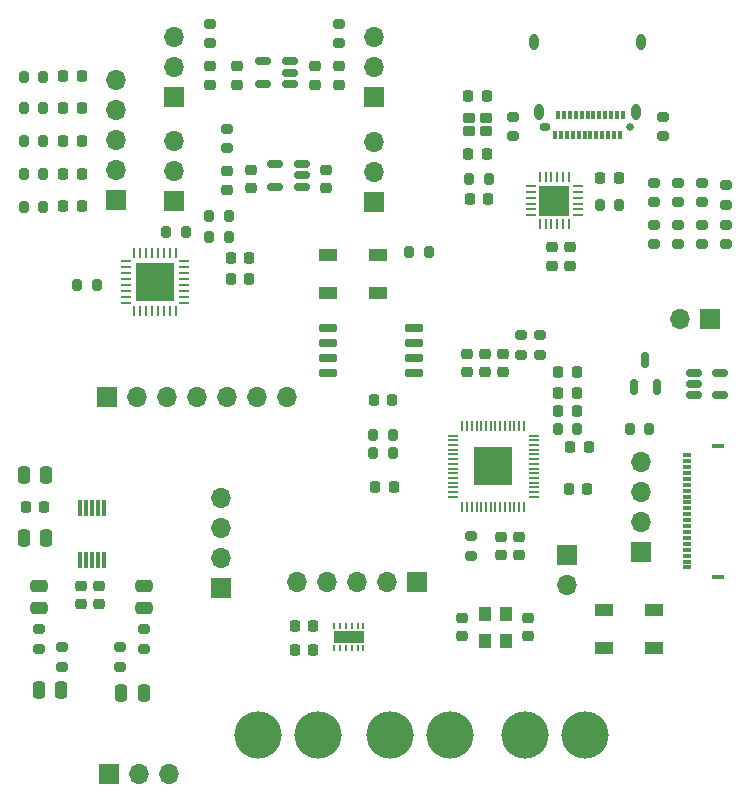
<source format=gts>
G04 #@! TF.GenerationSoftware,KiCad,Pcbnew,7.0.5*
G04 #@! TF.CreationDate,2023-08-10T16:57:39+02:00*
G04 #@! TF.ProjectId,proto_pico,70726f74-6f5f-4706-9963-6f2e6b696361,rev?*
G04 #@! TF.SameCoordinates,Original*
G04 #@! TF.FileFunction,Soldermask,Top*
G04 #@! TF.FilePolarity,Negative*
%FSLAX46Y46*%
G04 Gerber Fmt 4.6, Leading zero omitted, Abs format (unit mm)*
G04 Created by KiCad (PCBNEW 7.0.5) date 2023-08-10 16:57:39*
%MOMM*%
%LPD*%
G01*
G04 APERTURE LIST*
G04 Aperture macros list*
%AMRoundRect*
0 Rectangle with rounded corners*
0 $1 Rounding radius*
0 $2 $3 $4 $5 $6 $7 $8 $9 X,Y pos of 4 corners*
0 Add a 4 corners polygon primitive as box body*
4,1,4,$2,$3,$4,$5,$6,$7,$8,$9,$2,$3,0*
0 Add four circle primitives for the rounded corners*
1,1,$1+$1,$2,$3*
1,1,$1+$1,$4,$5*
1,1,$1+$1,$6,$7*
1,1,$1+$1,$8,$9*
0 Add four rect primitives between the rounded corners*
20,1,$1+$1,$2,$3,$4,$5,0*
20,1,$1+$1,$4,$5,$6,$7,0*
20,1,$1+$1,$6,$7,$8,$9,0*
20,1,$1+$1,$8,$9,$2,$3,0*%
G04 Aperture macros list end*
%ADD10RoundRect,0.225000X0.225000X0.250000X-0.225000X0.250000X-0.225000X-0.250000X0.225000X-0.250000X0*%
%ADD11R,1.700000X1.700000*%
%ADD12O,1.700000X1.700000*%
%ADD13RoundRect,0.225000X-0.225000X-0.250000X0.225000X-0.250000X0.225000X0.250000X-0.225000X0.250000X0*%
%ADD14RoundRect,0.200000X-0.200000X-0.275000X0.200000X-0.275000X0.200000X0.275000X-0.200000X0.275000X0*%
%ADD15RoundRect,0.218750X-0.256250X0.218750X-0.256250X-0.218750X0.256250X-0.218750X0.256250X0.218750X0*%
%ADD16RoundRect,0.225000X-0.250000X0.225000X-0.250000X-0.225000X0.250000X-0.225000X0.250000X0.225000X0*%
%ADD17RoundRect,0.218750X-0.218750X-0.256250X0.218750X-0.256250X0.218750X0.256250X-0.218750X0.256250X0*%
%ADD18RoundRect,0.225000X0.250000X-0.225000X0.250000X0.225000X-0.250000X0.225000X-0.250000X-0.225000X0*%
%ADD19RoundRect,0.150000X0.150000X-0.512500X0.150000X0.512500X-0.150000X0.512500X-0.150000X-0.512500X0*%
%ADD20RoundRect,0.200000X0.275000X-0.200000X0.275000X0.200000X-0.275000X0.200000X-0.275000X-0.200000X0*%
%ADD21RoundRect,0.200000X0.200000X0.275000X-0.200000X0.275000X-0.200000X-0.275000X0.200000X-0.275000X0*%
%ADD22R,0.250000X0.500000*%
%ADD23R,2.650000X1.000000*%
%ADD24RoundRect,0.150000X-0.512500X-0.150000X0.512500X-0.150000X0.512500X0.150000X-0.512500X0.150000X0*%
%ADD25RoundRect,0.150000X0.512500X0.150000X-0.512500X0.150000X-0.512500X-0.150000X0.512500X-0.150000X0*%
%ADD26RoundRect,0.150000X-0.650000X-0.150000X0.650000X-0.150000X0.650000X0.150000X-0.650000X0.150000X0*%
%ADD27RoundRect,0.200000X-0.275000X0.200000X-0.275000X-0.200000X0.275000X-0.200000X0.275000X0.200000X0*%
%ADD28RoundRect,0.250000X0.475000X-0.250000X0.475000X0.250000X-0.475000X0.250000X-0.475000X-0.250000X0*%
%ADD29R,0.700000X0.300000*%
%ADD30R,1.000000X0.300000*%
%ADD31RoundRect,0.250000X-0.475000X0.250000X-0.475000X-0.250000X0.475000X-0.250000X0.475000X0.250000X0*%
%ADD32C,4.000000*%
%ADD33R,1.550000X1.000000*%
%ADD34RoundRect,0.250000X0.250000X0.475000X-0.250000X0.475000X-0.250000X-0.475000X0.250000X-0.475000X0*%
%ADD35R,0.300000X1.400000*%
%ADD36RoundRect,0.102000X-0.373000X-0.323000X0.373000X-0.323000X0.373000X0.323000X-0.373000X0.323000X0*%
%ADD37R,1.100000X1.300000*%
%ADD38RoundRect,0.050000X-0.387500X-0.050000X0.387500X-0.050000X0.387500X0.050000X-0.387500X0.050000X0*%
%ADD39RoundRect,0.050000X-0.050000X-0.387500X0.050000X-0.387500X0.050000X0.387500X-0.050000X0.387500X0*%
%ADD40R,3.200000X3.200000*%
%ADD41RoundRect,0.062500X-0.350000X-0.062500X0.350000X-0.062500X0.350000X0.062500X-0.350000X0.062500X0*%
%ADD42RoundRect,0.062500X-0.062500X-0.350000X0.062500X-0.350000X0.062500X0.350000X-0.062500X0.350000X0*%
%ADD43R,2.500000X2.500000*%
%ADD44C,0.650000*%
%ADD45O,0.950000X0.650000*%
%ADD46R,0.300000X0.700000*%
%ADD47O,0.800000X1.400000*%
%ADD48RoundRect,0.062500X0.375000X0.062500X-0.375000X0.062500X-0.375000X-0.062500X0.375000X-0.062500X0*%
%ADD49RoundRect,0.062500X0.062500X0.375000X-0.062500X0.375000X-0.062500X-0.375000X0.062500X-0.375000X0*%
%ADD50R,3.300000X3.300000*%
G04 APERTURE END LIST*
D10*
X185179000Y-120396000D03*
X183629000Y-120396000D03*
D11*
X196474000Y-112649000D03*
D12*
X193934000Y-112649000D03*
D13*
X155900000Y-107442000D03*
X157450000Y-107442000D03*
D14*
X187131000Y-103000000D03*
X188781000Y-103000000D03*
D15*
X155580500Y-100111500D03*
X155580500Y-101686500D03*
D16*
X184654000Y-106543000D03*
X184654000Y-108093000D03*
D10*
X185179000Y-118872000D03*
X183629000Y-118872000D03*
D17*
X141692500Y-92057000D03*
X143267500Y-92057000D03*
D18*
X178816000Y-132601000D03*
X178816000Y-131051000D03*
D19*
X190058000Y-118358500D03*
X191958000Y-118358500D03*
X191008000Y-116083500D03*
D20*
X146558000Y-142049000D03*
X146558000Y-140399000D03*
D21*
X169608000Y-122428000D03*
X167958000Y-122428000D03*
D15*
X154172500Y-91226500D03*
X154172500Y-92801500D03*
D22*
X164627500Y-140507500D03*
X165127500Y-140507500D03*
X165627500Y-140507500D03*
X166127500Y-140507500D03*
X166627500Y-140507500D03*
X167127500Y-140507500D03*
X167127500Y-138607500D03*
X166627500Y-138607500D03*
X166127500Y-138607500D03*
X165627500Y-138607500D03*
X165127500Y-138607500D03*
X164627500Y-138607500D03*
D23*
X165877500Y-139557500D03*
D16*
X144780000Y-135242000D03*
X144780000Y-136792000D03*
D20*
X193798000Y-102746000D03*
X193798000Y-101096000D03*
D13*
X168135000Y-126873000D03*
X169685000Y-126873000D03*
D24*
X195077500Y-117160000D03*
X195077500Y-118110000D03*
X195077500Y-119060000D03*
X197352500Y-119060000D03*
X197352500Y-117160000D03*
D21*
X155722000Y-103886000D03*
X154072000Y-103886000D03*
D20*
X195830000Y-106302000D03*
X195830000Y-104652000D03*
D15*
X165094500Y-91226500D03*
X165094500Y-92801500D03*
D21*
X152082000Y-105283000D03*
X150432000Y-105283000D03*
D25*
X161919500Y-101407000D03*
X161919500Y-100457000D03*
X161919500Y-99507000D03*
X159644500Y-99507000D03*
X159644500Y-101407000D03*
D21*
X140017000Y-103117000D03*
X138367000Y-103117000D03*
X140028500Y-92105000D03*
X138378500Y-92105000D03*
D26*
X164167000Y-113411000D03*
X164167000Y-114681000D03*
X164167000Y-115951000D03*
X164167000Y-117221000D03*
X171367000Y-117221000D03*
X171367000Y-115951000D03*
X171367000Y-114681000D03*
X171367000Y-113411000D03*
D11*
X171704000Y-134874000D03*
D12*
X169164000Y-134874000D03*
X166624000Y-134874000D03*
X164084000Y-134874000D03*
X161544000Y-134874000D03*
D13*
X187181000Y-100651000D03*
X188731000Y-100651000D03*
D11*
X168021000Y-102743000D03*
D12*
X168021000Y-100203000D03*
X168021000Y-97663000D03*
D25*
X160898000Y-92710000D03*
X160898000Y-91760000D03*
X160898000Y-90810000D03*
X158623000Y-90810000D03*
X158623000Y-92710000D03*
D20*
X197862000Y-106302000D03*
X197862000Y-104652000D03*
X154172500Y-89283000D03*
X154172500Y-87633000D03*
D27*
X176276000Y-131001000D03*
X176276000Y-132651000D03*
D28*
X139700000Y-137094000D03*
X139700000Y-135194000D03*
D29*
X194538000Y-133655000D03*
X194538000Y-133155000D03*
X194538000Y-132655000D03*
X194538000Y-132155000D03*
X194538000Y-131655000D03*
X194538000Y-131155000D03*
X194538000Y-130655000D03*
X194538000Y-130155000D03*
X194538000Y-129655000D03*
X194538000Y-129155000D03*
X194538000Y-128655000D03*
X194538000Y-128155000D03*
X194538000Y-127655000D03*
X194538000Y-127155000D03*
X194538000Y-126655000D03*
X194538000Y-126155000D03*
X194538000Y-125655000D03*
X194538000Y-125155000D03*
X194538000Y-124655000D03*
X194538000Y-124155000D03*
D30*
X197188000Y-134445000D03*
X197188000Y-123365000D03*
D31*
X148590000Y-135194000D03*
X148590000Y-137094000D03*
D16*
X181102000Y-137909000D03*
X181102000Y-139459000D03*
D27*
X141605000Y-140399000D03*
X141605000Y-142049000D03*
D17*
X141706500Y-103033000D03*
X143281500Y-103033000D03*
D16*
X183130000Y-106543000D03*
X183130000Y-108093000D03*
D27*
X179750000Y-95487000D03*
X179750000Y-97137000D03*
D16*
X175895000Y-115557000D03*
X175895000Y-117107000D03*
D21*
X169608000Y-123952000D03*
X167958000Y-123952000D03*
D20*
X155580500Y-98168000D03*
X155580500Y-96518000D03*
X191766000Y-106302000D03*
X191766000Y-104652000D03*
X193798000Y-106302000D03*
X193798000Y-104652000D03*
X197862000Y-102937000D03*
X197862000Y-101287000D03*
D32*
X169418000Y-147828000D03*
X174498000Y-147828000D03*
D33*
X164118000Y-107188000D03*
X168368000Y-107188000D03*
X164118000Y-110388000D03*
X168368000Y-110388000D03*
D34*
X141539000Y-144018000D03*
X139639000Y-144018000D03*
X140269000Y-125857000D03*
X138369000Y-125857000D03*
D35*
X145145000Y-128610000D03*
X144645000Y-128610000D03*
X144145000Y-128610000D03*
X143645000Y-128610000D03*
X143145000Y-128610000D03*
X143145000Y-133010000D03*
X143645000Y-133010000D03*
X144145000Y-133010000D03*
X144645000Y-133010000D03*
X145145000Y-133010000D03*
D18*
X157612500Y-101552000D03*
X157612500Y-100002000D03*
D10*
X177559000Y-98679000D03*
X176009000Y-98679000D03*
D11*
X168021000Y-93853000D03*
D12*
X168021000Y-91313000D03*
X168021000Y-88773000D03*
D20*
X192450000Y-97137000D03*
X192450000Y-95487000D03*
D10*
X140094000Y-128524000D03*
X138544000Y-128524000D03*
D36*
X176059000Y-96714000D03*
X177509000Y-96714000D03*
X177509000Y-95564000D03*
X176059000Y-95564000D03*
D21*
X140017000Y-97566000D03*
X138367000Y-97566000D03*
D11*
X190627000Y-132324000D03*
D12*
X190627000Y-129784000D03*
X190627000Y-127244000D03*
X190627000Y-124704000D03*
D18*
X156458500Y-92789000D03*
X156458500Y-91239000D03*
D37*
X177419000Y-137615000D03*
X177419000Y-139915000D03*
X179219000Y-139915000D03*
X179219000Y-137615000D03*
D17*
X141706500Y-97536000D03*
X143281500Y-97536000D03*
D10*
X186195000Y-123444000D03*
X184645000Y-123444000D03*
D11*
X155067000Y-135372000D03*
D12*
X155067000Y-132832000D03*
X155067000Y-130292000D03*
X155067000Y-127752000D03*
D38*
X174670500Y-122486500D03*
X174670500Y-122886500D03*
X174670500Y-123286500D03*
X174670500Y-123686500D03*
X174670500Y-124086500D03*
X174670500Y-124486500D03*
X174670500Y-124886500D03*
X174670500Y-125286500D03*
X174670500Y-125686500D03*
X174670500Y-126086500D03*
X174670500Y-126486500D03*
X174670500Y-126886500D03*
X174670500Y-127286500D03*
X174670500Y-127686500D03*
D39*
X175508000Y-128524000D03*
X175908000Y-128524000D03*
X176308000Y-128524000D03*
X176708000Y-128524000D03*
X177108000Y-128524000D03*
X177508000Y-128524000D03*
X177908000Y-128524000D03*
X178308000Y-128524000D03*
X178708000Y-128524000D03*
X179108000Y-128524000D03*
X179508000Y-128524000D03*
X179908000Y-128524000D03*
X180308000Y-128524000D03*
X180708000Y-128524000D03*
D38*
X181545500Y-127686500D03*
X181545500Y-127286500D03*
X181545500Y-126886500D03*
X181545500Y-126486500D03*
X181545500Y-126086500D03*
X181545500Y-125686500D03*
X181545500Y-125286500D03*
X181545500Y-124886500D03*
X181545500Y-124486500D03*
X181545500Y-124086500D03*
X181545500Y-123686500D03*
X181545500Y-123286500D03*
X181545500Y-122886500D03*
X181545500Y-122486500D03*
D39*
X180708000Y-121649000D03*
X180308000Y-121649000D03*
X179908000Y-121649000D03*
X179508000Y-121649000D03*
X179108000Y-121649000D03*
X178708000Y-121649000D03*
X178308000Y-121649000D03*
X177908000Y-121649000D03*
X177508000Y-121649000D03*
X177108000Y-121649000D03*
X176708000Y-121649000D03*
X176308000Y-121649000D03*
X175908000Y-121649000D03*
X175508000Y-121649000D03*
D40*
X178108000Y-125086500D03*
D34*
X140269000Y-131191000D03*
X138369000Y-131191000D03*
D18*
X163062500Y-92789000D03*
X163062500Y-91239000D03*
D20*
X148590000Y-140525000D03*
X148590000Y-138875000D03*
D18*
X180340000Y-132601000D03*
X180340000Y-131051000D03*
D21*
X177736000Y-100774000D03*
X176086000Y-100774000D03*
D20*
X195830000Y-102746000D03*
X195830000Y-101096000D03*
D14*
X142896000Y-109728000D03*
X144546000Y-109728000D03*
D33*
X187486000Y-137287000D03*
X191736000Y-137287000D03*
X187486000Y-140487000D03*
X191736000Y-140487000D03*
D32*
X158242000Y-147828000D03*
X163322000Y-147828000D03*
D16*
X143256000Y-135242000D03*
X143256000Y-136792000D03*
D18*
X175514000Y-139459000D03*
X175514000Y-137909000D03*
D41*
X181334500Y-101346000D03*
X181334500Y-101846000D03*
X181334500Y-102346000D03*
X181334500Y-102846000D03*
X181334500Y-103346000D03*
X181334500Y-103846000D03*
D42*
X182047000Y-104558500D03*
X182547000Y-104558500D03*
X183047000Y-104558500D03*
X183547000Y-104558500D03*
X184047000Y-104558500D03*
X184547000Y-104558500D03*
D41*
X185259500Y-103846000D03*
X185259500Y-103346000D03*
X185259500Y-102846000D03*
X185259500Y-102346000D03*
X185259500Y-101846000D03*
X185259500Y-101346000D03*
D42*
X184547000Y-100633500D03*
X184047000Y-100633500D03*
X183547000Y-100633500D03*
X183047000Y-100633500D03*
X182547000Y-100633500D03*
X182047000Y-100633500D03*
D43*
X183297000Y-102596000D03*
D10*
X162854500Y-140639500D03*
X161304500Y-140639500D03*
D20*
X180467000Y-115633000D03*
X180467000Y-113983000D03*
D11*
X184404000Y-132583000D03*
D12*
X184404000Y-135123000D03*
D44*
X189700000Y-96354000D03*
D45*
X182500000Y-96354000D03*
D46*
X188850000Y-97014000D03*
X188350000Y-97014000D03*
X187850000Y-97014000D03*
X187350000Y-97014000D03*
X186850000Y-97014000D03*
X186350000Y-97014000D03*
X185850000Y-97014000D03*
X185350000Y-97014000D03*
X184850000Y-97014000D03*
X184350000Y-97014000D03*
X183850000Y-97014000D03*
X183350000Y-97014000D03*
X183600000Y-95314000D03*
X184100000Y-95314000D03*
X184600000Y-95314000D03*
X185100000Y-95314000D03*
X185600000Y-95314000D03*
X186100000Y-95314000D03*
X186600000Y-95314000D03*
X187100000Y-95314000D03*
X187600000Y-95314000D03*
X188100000Y-95314000D03*
X188600000Y-95314000D03*
X189100000Y-95314000D03*
D47*
X190590000Y-89154000D03*
X190230000Y-95104000D03*
X181970000Y-95104000D03*
X181610000Y-89154000D03*
D48*
X151916500Y-111224000D03*
X151916500Y-110724000D03*
X151916500Y-110224000D03*
X151916500Y-109724000D03*
X151916500Y-109224000D03*
X151916500Y-108724000D03*
X151916500Y-108224000D03*
X151916500Y-107724000D03*
D49*
X151229000Y-107036500D03*
X150729000Y-107036500D03*
X150229000Y-107036500D03*
X149729000Y-107036500D03*
X149229000Y-107036500D03*
X148729000Y-107036500D03*
X148229000Y-107036500D03*
X147729000Y-107036500D03*
D48*
X147041500Y-107724000D03*
X147041500Y-108224000D03*
X147041500Y-108724000D03*
X147041500Y-109224000D03*
X147041500Y-109724000D03*
X147041500Y-110224000D03*
X147041500Y-110724000D03*
X147041500Y-111224000D03*
D49*
X147729000Y-111911500D03*
X148229000Y-111911500D03*
X148729000Y-111911500D03*
X149229000Y-111911500D03*
X149729000Y-111911500D03*
X150229000Y-111911500D03*
X150729000Y-111911500D03*
X151229000Y-111911500D03*
D50*
X149479000Y-109474000D03*
D34*
X148524000Y-144272000D03*
X146624000Y-144272000D03*
D13*
X155900000Y-109220000D03*
X157450000Y-109220000D03*
D17*
X141692500Y-94772000D03*
X143267500Y-94772000D03*
D27*
X191766000Y-101096000D03*
X191766000Y-102746000D03*
D21*
X155722000Y-105664000D03*
X154072000Y-105664000D03*
D27*
X165094500Y-87633000D03*
X165094500Y-89283000D03*
D16*
X178943000Y-115557000D03*
X178943000Y-117107000D03*
D20*
X182118000Y-115633000D03*
X182118000Y-113983000D03*
D14*
X183579000Y-121920000D03*
X185229000Y-121920000D03*
D10*
X177686000Y-102489000D03*
X176136000Y-102489000D03*
X186068000Y-127000000D03*
X184518000Y-127000000D03*
D21*
X140017000Y-94772000D03*
X138367000Y-94772000D03*
D12*
X160655000Y-119253000D03*
X158115000Y-119253000D03*
X155575000Y-119253000D03*
X153035000Y-119253000D03*
X150495000Y-119253000D03*
X147955000Y-119253000D03*
D11*
X145415000Y-119253000D03*
D17*
X141706500Y-100323000D03*
X143281500Y-100323000D03*
D32*
X180848000Y-147828000D03*
X185928000Y-147828000D03*
D14*
X171006000Y-106934000D03*
X172656000Y-106934000D03*
D11*
X146188500Y-102519000D03*
D12*
X146188500Y-99979000D03*
X146188500Y-97439000D03*
X146188500Y-94899000D03*
X146188500Y-92359000D03*
D20*
X139700000Y-140525000D03*
X139700000Y-138875000D03*
D13*
X176009000Y-93726000D03*
X177559000Y-93726000D03*
D11*
X145566000Y-151130000D03*
D12*
X148106000Y-151130000D03*
X150646000Y-151130000D03*
D18*
X163962500Y-101552000D03*
X163962500Y-100002000D03*
D21*
X140017000Y-100346000D03*
X138367000Y-100346000D03*
D11*
X151130000Y-102616000D03*
D12*
X151130000Y-100076000D03*
X151130000Y-97536000D03*
D10*
X185179000Y-117094000D03*
X183629000Y-117094000D03*
D11*
X151124500Y-93792000D03*
D12*
X151124500Y-91252000D03*
X151124500Y-88712000D03*
D14*
X189675000Y-121920000D03*
X191325000Y-121920000D03*
D16*
X177419000Y-115557000D03*
X177419000Y-117107000D03*
D13*
X168008000Y-119507000D03*
X169558000Y-119507000D03*
D10*
X162854500Y-138607500D03*
X161304500Y-138607500D03*
M02*

</source>
